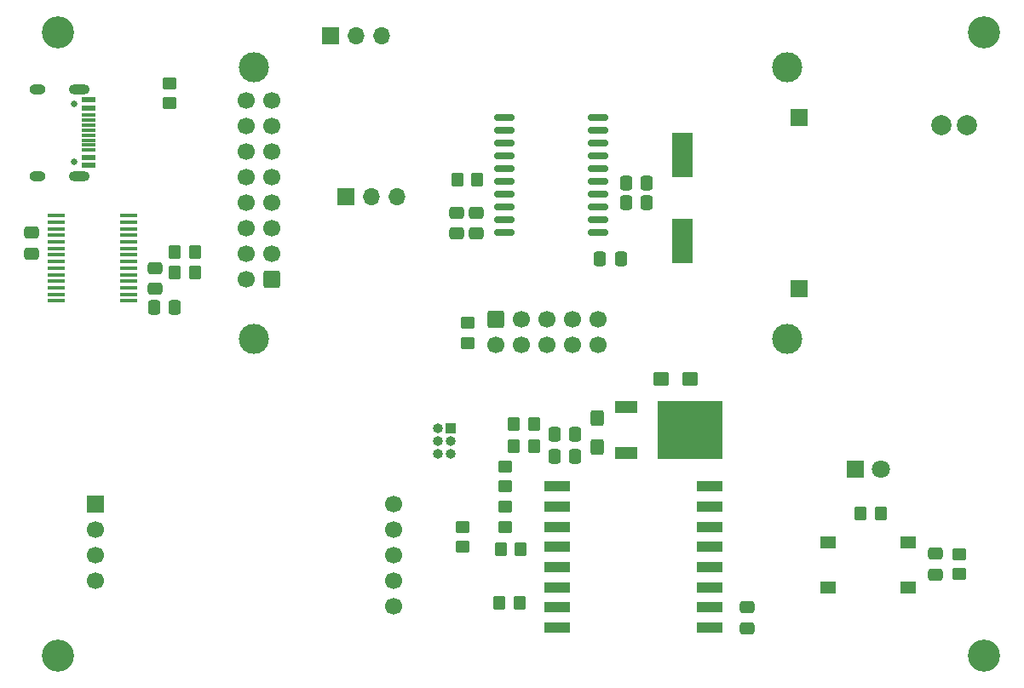
<source format=gbr>
%TF.GenerationSoftware,KiCad,Pcbnew,(6.0.11)*%
%TF.CreationDate,2024-04-25T23:10:29+03:00*%
%TF.ProjectId,avr-co2-detector,6176722d-636f-4322-9d64-65746563746f,rev.2*%
%TF.SameCoordinates,Original*%
%TF.FileFunction,Soldermask,Top*%
%TF.FilePolarity,Negative*%
%FSLAX46Y46*%
G04 Gerber Fmt 4.6, Leading zero omitted, Abs format (unit mm)*
G04 Created by KiCad (PCBNEW (6.0.11)) date 2024-04-25 23:10:29*
%MOMM*%
%LPD*%
G01*
G04 APERTURE LIST*
G04 Aperture macros list*
%AMRoundRect*
0 Rectangle with rounded corners*
0 $1 Rounding radius*
0 $2 $3 $4 $5 $6 $7 $8 $9 X,Y pos of 4 corners*
0 Add a 4 corners polygon primitive as box body*
4,1,4,$2,$3,$4,$5,$6,$7,$8,$9,$2,$3,0*
0 Add four circle primitives for the rounded corners*
1,1,$1+$1,$2,$3*
1,1,$1+$1,$4,$5*
1,1,$1+$1,$6,$7*
1,1,$1+$1,$8,$9*
0 Add four rect primitives between the rounded corners*
20,1,$1+$1,$2,$3,$4,$5,0*
20,1,$1+$1,$4,$5,$6,$7,0*
20,1,$1+$1,$6,$7,$8,$9,0*
20,1,$1+$1,$8,$9,$2,$3,0*%
G04 Aperture macros list end*
%ADD10C,3.200000*%
%ADD11R,2.500000X1.000000*%
%ADD12R,1.550000X1.300000*%
%ADD13RoundRect,0.250000X0.337500X0.475000X-0.337500X0.475000X-0.337500X-0.475000X0.337500X-0.475000X0*%
%ADD14RoundRect,0.250000X-0.450000X0.350000X-0.450000X-0.350000X0.450000X-0.350000X0.450000X0.350000X0*%
%ADD15C,3.000000*%
%ADD16RoundRect,0.250000X0.425000X-0.537500X0.425000X0.537500X-0.425000X0.537500X-0.425000X-0.537500X0*%
%ADD17C,0.650000*%
%ADD18R,1.450000X0.600000*%
%ADD19R,1.450000X0.300000*%
%ADD20O,2.100000X1.000000*%
%ADD21O,1.600000X1.000000*%
%ADD22R,1.700000X1.700000*%
%ADD23C,1.700000*%
%ADD24R,2.000000X4.500000*%
%ADD25RoundRect,0.250000X0.450000X-0.350000X0.450000X0.350000X-0.450000X0.350000X-0.450000X-0.350000X0*%
%ADD26RoundRect,0.150000X0.875000X0.150000X-0.875000X0.150000X-0.875000X-0.150000X0.875000X-0.150000X0*%
%ADD27RoundRect,0.250000X-0.350000X-0.450000X0.350000X-0.450000X0.350000X0.450000X-0.350000X0.450000X0*%
%ADD28RoundRect,0.250000X0.600000X0.600000X-0.600000X0.600000X-0.600000X-0.600000X0.600000X-0.600000X0*%
%ADD29C,2.000000*%
%ADD30RoundRect,0.250000X-0.475000X0.337500X-0.475000X-0.337500X0.475000X-0.337500X0.475000X0.337500X0*%
%ADD31R,2.200000X1.200000*%
%ADD32R,6.400000X5.800000*%
%ADD33RoundRect,0.250000X0.475000X-0.337500X0.475000X0.337500X-0.475000X0.337500X-0.475000X-0.337500X0*%
%ADD34R,1.800000X1.800000*%
%ADD35C,1.800000*%
%ADD36R,1.750000X0.450000*%
%ADD37RoundRect,0.250000X0.350000X0.450000X-0.350000X0.450000X-0.350000X-0.450000X0.350000X-0.450000X0*%
%ADD38RoundRect,0.250000X0.537500X0.425000X-0.537500X0.425000X-0.537500X-0.425000X0.537500X-0.425000X0*%
%ADD39O,1.700000X1.700000*%
%ADD40R,1.000000X1.000000*%
%ADD41O,1.000000X1.000000*%
%ADD42RoundRect,0.250000X-0.600000X0.600000X-0.600000X-0.600000X0.600000X-0.600000X0.600000X0.600000X0*%
G04 APERTURE END LIST*
D10*
%TO.C,REF\u002A\u002A*%
X179000000Y-130000000D03*
%TD*%
D11*
%TO.C,U5*%
X151800000Y-127200000D03*
X151800000Y-125200000D03*
X151800000Y-123200000D03*
X151800000Y-121200000D03*
X151800000Y-119200000D03*
X151800000Y-117200000D03*
X151800000Y-115200000D03*
X151800000Y-113200000D03*
X136600000Y-113200000D03*
X136600000Y-115200000D03*
X136600000Y-117200000D03*
X136600000Y-119200000D03*
X136600000Y-121200000D03*
X136600000Y-123200000D03*
X136600000Y-125200000D03*
X136600000Y-127200000D03*
%TD*%
D12*
%TO.C,SW3*%
X171475000Y-123250000D03*
X163525000Y-123250000D03*
X163525000Y-118750000D03*
X171475000Y-118750000D03*
%TD*%
D13*
%TO.C,C3*%
X145537500Y-85000000D03*
X143462500Y-85000000D03*
%TD*%
D14*
%TO.C,R14*%
X131500000Y-111200000D03*
X131500000Y-113200000D03*
%TD*%
D15*
%TO.C,REF\u002A\u002A*%
X106500000Y-98500000D03*
%TD*%
D10*
%TO.C,REF\u002A\u002A*%
X179000000Y-68000000D03*
%TD*%
D16*
%TO.C,C12*%
X140600000Y-109237500D03*
X140600000Y-106362500D03*
%TD*%
D17*
%TO.C,J1*%
X88600000Y-75110000D03*
X88600000Y-80890000D03*
D18*
X90045000Y-74750000D03*
X90045000Y-75550000D03*
D19*
X90045000Y-76750000D03*
X90045000Y-77750000D03*
X90045000Y-78250000D03*
X90045000Y-79250000D03*
D18*
X90045000Y-80450000D03*
X90045000Y-81250000D03*
X90045000Y-81250000D03*
X90045000Y-80450000D03*
D19*
X90045000Y-79750000D03*
X90045000Y-78750000D03*
X90045000Y-77250000D03*
X90045000Y-76250000D03*
D18*
X90045000Y-75550000D03*
X90045000Y-74750000D03*
D20*
X89130000Y-73680000D03*
D21*
X84950000Y-73680000D03*
D20*
X89130000Y-82320000D03*
D21*
X84950000Y-82320000D03*
%TD*%
D22*
%TO.C,U3*%
X90697500Y-114920000D03*
D23*
X90697500Y-117460000D03*
X90697500Y-120000000D03*
X90697500Y-122540000D03*
X120397500Y-125080000D03*
X120397500Y-122540000D03*
X120397500Y-120000000D03*
X120397500Y-117460000D03*
X120397500Y-114920000D03*
%TD*%
D24*
%TO.C,Y1*%
X149100000Y-88750000D03*
X149100000Y-80250000D03*
%TD*%
D25*
%TO.C,R9*%
X176600000Y-121900000D03*
X176600000Y-119900000D03*
%TD*%
D15*
%TO.C,REF\u002A\u002A*%
X159500000Y-98500000D03*
%TD*%
D14*
%TO.C,R12*%
X131500000Y-115200000D03*
X131500000Y-117200000D03*
%TD*%
D10*
%TO.C,REF\u002A\u002A*%
X87000000Y-68000000D03*
%TD*%
%TO.C,REF\u002A\u002A*%
X87000000Y-130000000D03*
%TD*%
D26*
%TO.C,U1*%
X140650000Y-87915000D03*
X140650000Y-86645000D03*
X140650000Y-85375000D03*
X140650000Y-84105000D03*
X140650000Y-82835000D03*
X140650000Y-81565000D03*
X140650000Y-80295000D03*
X140650000Y-79025000D03*
X140650000Y-77755000D03*
X140650000Y-76485000D03*
X131350000Y-76485000D03*
X131350000Y-77755000D03*
X131350000Y-79025000D03*
X131350000Y-80295000D03*
X131350000Y-81565000D03*
X131350000Y-82835000D03*
X131350000Y-84105000D03*
X131350000Y-85375000D03*
X131350000Y-86645000D03*
X131350000Y-87915000D03*
%TD*%
D27*
%TO.C,R15*%
X130900000Y-124800000D03*
X132900000Y-124800000D03*
%TD*%
D13*
%TO.C,C17*%
X138437500Y-108000000D03*
X136362500Y-108000000D03*
%TD*%
D28*
%TO.C,J4*%
X108240000Y-92620000D03*
D23*
X105700000Y-92620000D03*
X108240000Y-90080000D03*
X105700000Y-90080000D03*
X108240000Y-87540000D03*
X105700000Y-87540000D03*
X108240000Y-85000000D03*
X105700000Y-85000000D03*
X108240000Y-82460000D03*
X105700000Y-82460000D03*
X108240000Y-79920000D03*
X105700000Y-79920000D03*
X108240000Y-77380000D03*
X105700000Y-77380000D03*
X108240000Y-74840000D03*
X105700000Y-74840000D03*
%TD*%
D14*
%TO.C,R13*%
X127200000Y-117200000D03*
X127200000Y-119200000D03*
%TD*%
D29*
%TO.C,TP1*%
X174800000Y-77300000D03*
X177340000Y-77300000D03*
%TD*%
D27*
%TO.C,R8*%
X132300000Y-109200000D03*
X134300000Y-109200000D03*
%TD*%
%TO.C,R16*%
X132300000Y-107000000D03*
X134300000Y-107000000D03*
%TD*%
%TO.C,R3*%
X98600000Y-91900000D03*
X100600000Y-91900000D03*
%TD*%
D15*
%TO.C,REF\u002A\u002A*%
X159500000Y-71500000D03*
%TD*%
D13*
%TO.C,C2*%
X145537500Y-83000000D03*
X143462500Y-83000000D03*
%TD*%
D30*
%TO.C,C8*%
X84400000Y-87962500D03*
X84400000Y-90037500D03*
%TD*%
D31*
%TO.C,U4*%
X143500000Y-105320000D03*
D32*
X149800000Y-107600000D03*
D31*
X143500000Y-109880000D03*
%TD*%
D25*
%TO.C,R1*%
X127700000Y-98900000D03*
X127700000Y-96900000D03*
%TD*%
D33*
%TO.C,C14*%
X174200000Y-121937500D03*
X174200000Y-119862500D03*
%TD*%
%TO.C,C4*%
X126600000Y-88037500D03*
X126600000Y-85962500D03*
%TD*%
D14*
%TO.C,R7*%
X98100000Y-73100000D03*
X98100000Y-75100000D03*
%TD*%
D34*
%TO.C,D1*%
X166225000Y-111500000D03*
D35*
X168765000Y-111500000D03*
%TD*%
D27*
%TO.C,R2*%
X98600000Y-89900000D03*
X100600000Y-89900000D03*
%TD*%
D36*
%TO.C,U2*%
X86800000Y-86275000D03*
X86800000Y-86925000D03*
X86800000Y-87575000D03*
X86800000Y-88225000D03*
X86800000Y-88875000D03*
X86800000Y-89525000D03*
X86800000Y-90175000D03*
X86800000Y-90825000D03*
X86800000Y-91475000D03*
X86800000Y-92125000D03*
X86800000Y-92775000D03*
X86800000Y-93425000D03*
X86800000Y-94075000D03*
X86800000Y-94725000D03*
X94000000Y-94725000D03*
X94000000Y-94075000D03*
X94000000Y-93425000D03*
X94000000Y-92775000D03*
X94000000Y-92125000D03*
X94000000Y-91475000D03*
X94000000Y-90825000D03*
X94000000Y-90175000D03*
X94000000Y-89525000D03*
X94000000Y-88875000D03*
X94000000Y-88225000D03*
X94000000Y-87575000D03*
X94000000Y-86925000D03*
X94000000Y-86275000D03*
%TD*%
D27*
%TO.C,R10*%
X131000000Y-119400000D03*
X133000000Y-119400000D03*
%TD*%
D13*
%TO.C,C6*%
X98637500Y-95400000D03*
X96562500Y-95400000D03*
%TD*%
D15*
%TO.C,REF\u002A\u002A*%
X106500000Y-71500000D03*
%TD*%
D30*
%TO.C,C9*%
X96700000Y-91462500D03*
X96700000Y-93537500D03*
%TD*%
D27*
%TO.C,R4*%
X126700000Y-82700000D03*
X128700000Y-82700000D03*
%TD*%
D13*
%TO.C,C16*%
X138437500Y-110200000D03*
X136362500Y-110200000D03*
%TD*%
D22*
%TO.C,J3*%
X160700000Y-93500000D03*
%TD*%
D37*
%TO.C,R11*%
X168800000Y-115900000D03*
X166800000Y-115900000D03*
%TD*%
D38*
%TO.C,C15*%
X149837500Y-102500000D03*
X146962500Y-102500000D03*
%TD*%
D33*
%TO.C,C5*%
X128600000Y-88037500D03*
X128600000Y-85962500D03*
%TD*%
D13*
%TO.C,C1*%
X142937500Y-90600000D03*
X140862500Y-90600000D03*
%TD*%
D22*
%TO.C,J2*%
X160700000Y-76500000D03*
%TD*%
D30*
%TO.C,C13*%
X155500000Y-125225000D03*
X155500000Y-127300000D03*
%TD*%
D22*
%TO.C,J6*%
X114060000Y-68400000D03*
D39*
X116600000Y-68400000D03*
X119140000Y-68400000D03*
%TD*%
D22*
%TO.C,JP1*%
X115600000Y-84400000D03*
D39*
X118140000Y-84400000D03*
X120680000Y-84400000D03*
%TD*%
D40*
%TO.C,J7*%
X126000002Y-107399998D03*
D41*
X124730002Y-107399998D03*
X126000002Y-108669998D03*
X124730002Y-108669998D03*
X126000002Y-109939998D03*
X124730002Y-109939998D03*
%TD*%
D42*
%TO.C,J5*%
X130500000Y-96600000D03*
D23*
X130500000Y-99140000D03*
X133040000Y-96600000D03*
X133040000Y-99140000D03*
X135580000Y-96600000D03*
X135580000Y-99140000D03*
X138120000Y-96600000D03*
X138120000Y-99140000D03*
X140660000Y-96600000D03*
X140660000Y-99140000D03*
%TD*%
M02*

</source>
